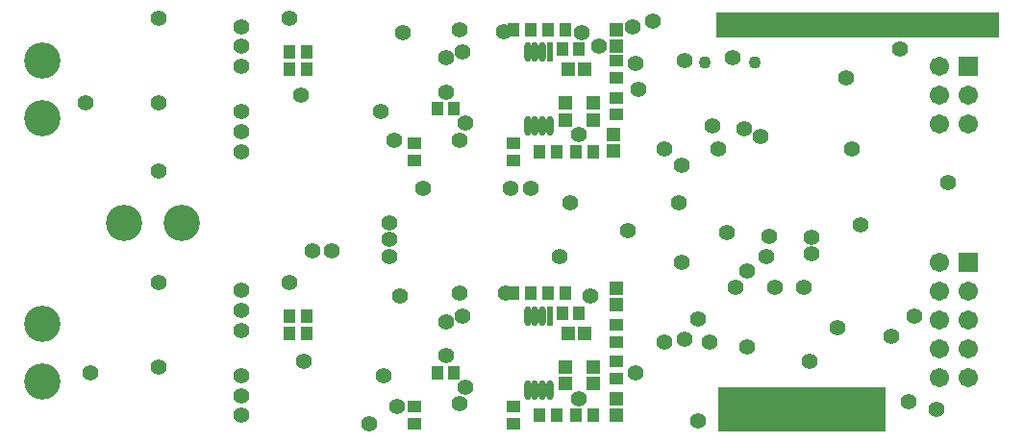
<source format=gbr>
%FSDAX33Y33*%
%MOMM*%
%SFA1B1*%

%IPPOS*%
%ADD24R,1.003201X1.253200*%
%ADD30R,1.203201X1.303200*%
%ADD38R,1.253200X1.003201*%
%ADD42R,1.303200X1.203201*%
%ADD43C,1.103201*%
%ADD44C,1.703200*%
%ADD45R,1.703200X1.703200*%
%ADD46C,3.203199*%
%ADD47C,1.403200*%
%ADD93R,14.750001X4.000000*%
%ADD94R,25.000001X2.250001*%
%ADD95O,0.603199X1.703200*%
%ADD96R,0.603199X1.703200*%
%LNgbr_bot_solder-1*%
%LPD*%
G54D44*
X090969Y011642D03*
Y014182D03*
Y016722D03*
Y019262D03*
G54D45*
X090969Y021802D03*
G54D44*
X090969Y033972D03*
Y036512D03*
G54D45*
X090969Y039052D03*
G54D44*
X088429Y011642D03*
Y014182D03*
Y016722D03*
Y019262D03*
Y021802D03*
Y033972D03*
Y036512D03*
Y039052D03*
G54D94*
X081219Y042677D03*
G54D93*
X076344Y008802D03*
G54D43*
X072169Y039402D03*
X067769D03*
G54D42*
X059969Y008327D03*
Y009777D03*
G54D38*
X059969Y011552D03*
Y013052D03*
G54D42*
X059969Y018077D03*
Y019527D03*
G54D38*
X059969Y034802D03*
Y036302D03*
G54D42*
X059969Y040827D03*
Y042277D03*
G54D38*
X059969Y014802D03*
Y016302D03*
Y038052D03*
Y039552D03*
G54D42*
X059719Y031577D03*
Y033027D03*
X057969Y011102D03*
Y012552D03*
Y034352D03*
Y035802D03*
G54D24*
X057969Y008302D03*
Y031552D03*
G54D30*
X057194Y015552D03*
Y038802D03*
G54D24*
X056719Y017302D03*
Y040552D03*
X056469Y008302D03*
Y031552D03*
G54D30*
X055744Y015552D03*
Y038802D03*
G54D42*
X055469Y011102D03*
Y012552D03*
G54D24*
X055469Y019052D03*
G54D42*
X055469Y034352D03*
Y035802D03*
G54D24*
X055469Y042302D03*
X055219Y017302D03*
Y040552D03*
X054719Y008302D03*
Y031552D03*
G54D95*
X054119Y010552D03*
G54D96*
X054119Y017052D03*
G54D95*
X054119Y033802D03*
G54D96*
X054119Y040302D03*
G54D24*
X053969Y019052D03*
Y042302D03*
G54D95*
X053469Y010552D03*
Y017052D03*
Y033802D03*
Y040302D03*
G54D24*
X053219Y008302D03*
Y031552D03*
G54D95*
X052819Y010552D03*
Y017052D03*
Y033802D03*
Y040302D03*
G54D24*
X052469Y019052D03*
Y042302D03*
G54D95*
X052169Y010552D03*
Y017052D03*
Y033802D03*
Y040302D03*
G54D38*
X050969Y007552D03*
Y009052D03*
G54D24*
X050969Y019052D03*
G54D38*
X050969Y030802D03*
Y032302D03*
G54D24*
X050969Y042302D03*
X045719Y012052D03*
Y035302D03*
X044219Y012052D03*
Y035302D03*
G54D38*
X042219Y007552D03*
Y009052D03*
Y030802D03*
Y032302D03*
G54D24*
X032719Y015552D03*
Y017052D03*
Y038802D03*
Y040302D03*
X031219Y015552D03*
Y017052D03*
Y038802D03*
Y040302D03*
G54D46*
X021759Y025302D03*
X016679D03*
X009469Y011262D03*
Y016342D03*
Y034512D03*
Y039592D03*
G54D47*
X089219Y028802D03*
X088219Y008802D03*
X086219Y017052D03*
X085719Y009552D03*
X084969Y040552D03*
X084219Y015302D03*
X081469Y025052D03*
X080719Y031802D03*
X080219Y038052D03*
X079469Y016052D03*
X077219Y022525D03*
Y023979D03*
X076969Y013052D03*
X076469Y019552D03*
X073969D03*
X073469Y024052D03*
X073219Y022302D03*
X072692Y032852D03*
X071469Y014302D03*
Y021052D03*
X071219Y033552D03*
X070469Y019552D03*
X070219Y039802D03*
X069719Y024452D03*
X068969Y031802D03*
X068469Y033802D03*
X068219Y014802D03*
X067219Y007802D03*
Y016802D03*
X065969Y015052D03*
Y039552D03*
X065719Y021802D03*
Y030302D03*
X065469Y027052D03*
X064219Y014802D03*
Y031802D03*
X063169Y043052D03*
X061969Y037052D03*
X061719Y012052D03*
Y039302D03*
X061469Y042552D03*
X060969Y024552D03*
X058469Y040802D03*
X057719Y018802D03*
X056969Y042052D03*
X056719Y009802D03*
Y033052D03*
X055969Y027052D03*
X054969Y022302D03*
X052469Y028302D03*
X050719D03*
X050219Y019052D03*
X050060Y042127D03*
X046719Y010802D03*
Y034052D03*
X046469Y017052D03*
Y040302D03*
X046219Y009302D03*
Y032552D03*
X046219Y019052D03*
Y042302D03*
X044969Y013552D03*
Y016552D03*
Y036802D03*
Y039802D03*
X042969Y028302D03*
X041219Y042052D03*
X040969Y018802D03*
X040719Y009052D03*
X040469Y032552D03*
X039969Y022302D03*
Y023802D03*
Y025302D03*
X039469Y011802D03*
X039219Y035052D03*
X038219Y007552D03*
X034969Y022802D03*
X033219D03*
X032469Y013052D03*
X032219Y036552D03*
X031219Y020052D03*
Y043302D03*
X026969Y008302D03*
Y010052D03*
Y011802D03*
Y015802D03*
Y017552D03*
Y019302D03*
Y031552D03*
Y033302D03*
Y035052D03*
Y039052D03*
Y040802D03*
Y042552D03*
X019719Y012552D03*
Y020052D03*
Y029802D03*
Y035802D03*
Y043302D03*
X013719Y012052D03*
X013219Y035802D03*
M02*
</source>
